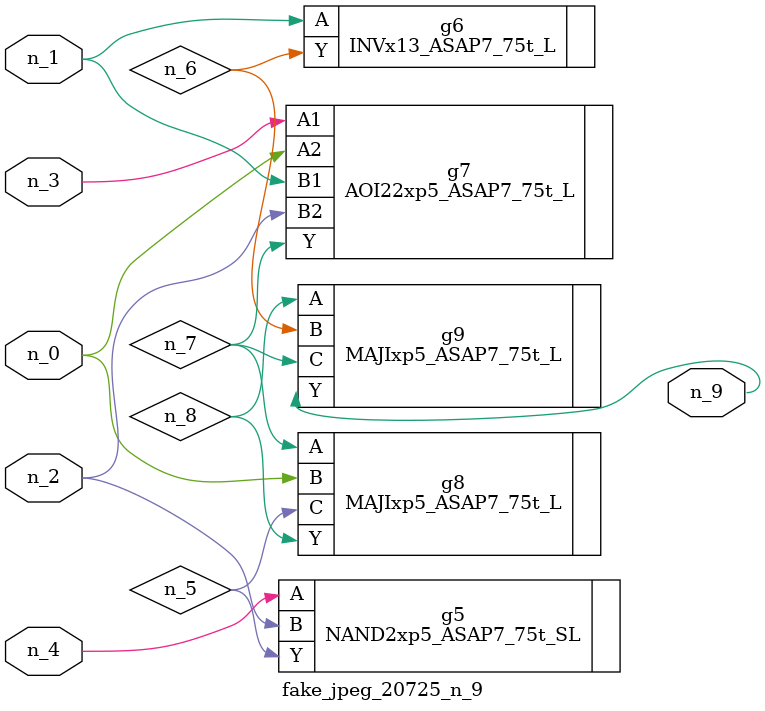
<source format=v>
module fake_jpeg_20725_n_9 (n_3, n_2, n_1, n_0, n_4, n_9);

input n_3;
input n_2;
input n_1;
input n_0;
input n_4;

output n_9;

wire n_8;
wire n_6;
wire n_5;
wire n_7;

NAND2xp5_ASAP7_75t_SL g5 ( 
.A(n_4),
.B(n_2),
.Y(n_5)
);

INVx13_ASAP7_75t_L g6 ( 
.A(n_1),
.Y(n_6)
);

AOI22xp5_ASAP7_75t_L g7 ( 
.A1(n_3),
.A2(n_0),
.B1(n_1),
.B2(n_2),
.Y(n_7)
);

MAJIxp5_ASAP7_75t_L g8 ( 
.A(n_7),
.B(n_0),
.C(n_5),
.Y(n_8)
);

MAJIxp5_ASAP7_75t_L g9 ( 
.A(n_8),
.B(n_6),
.C(n_7),
.Y(n_9)
);


endmodule
</source>
